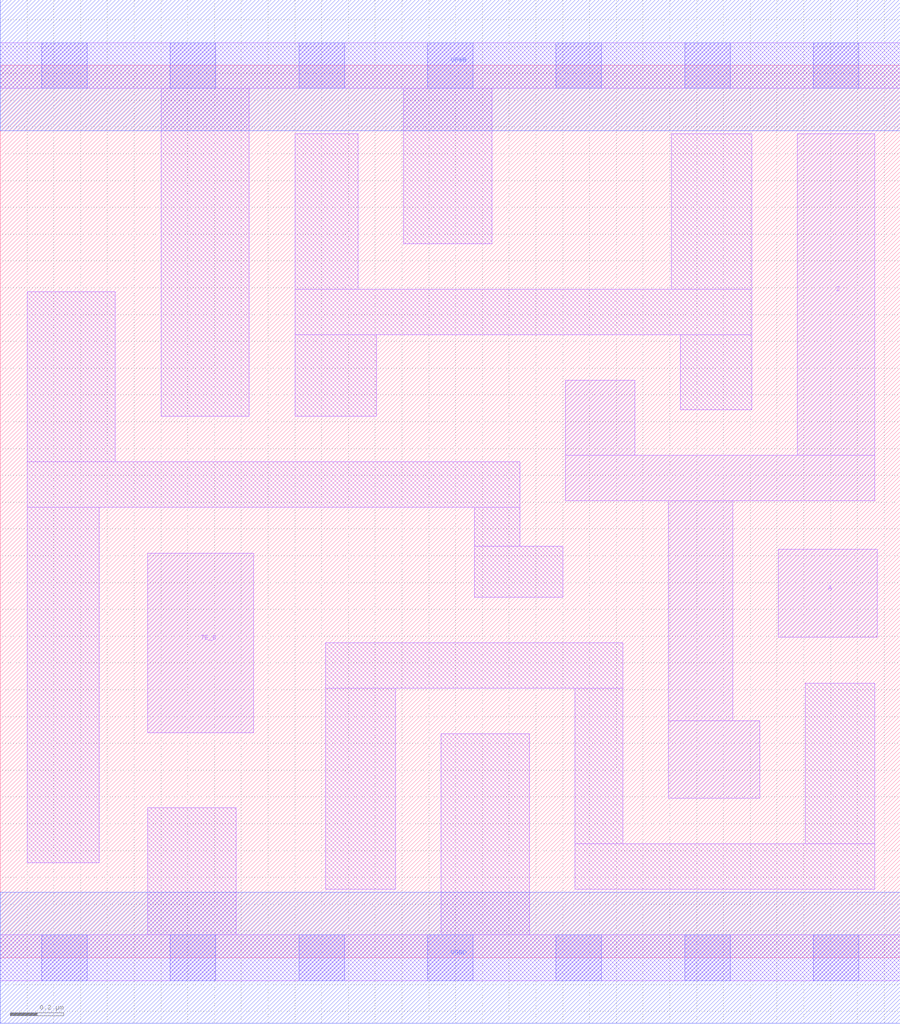
<source format=lef>
# Copyright 2020 The SkyWater PDK Authors
#
# Licensed under the Apache License, Version 2.0 (the "License");
# you may not use this file except in compliance with the License.
# You may obtain a copy of the License at
#
#     https://www.apache.org/licenses/LICENSE-2.0
#
# Unless required by applicable law or agreed to in writing, software
# distributed under the License is distributed on an "AS IS" BASIS,
# WITHOUT WARRANTIES OR CONDITIONS OF ANY KIND, either express or implied.
# See the License for the specific language governing permissions and
# limitations under the License.
#
# SPDX-License-Identifier: Apache-2.0

VERSION 5.7 ;
  NAMESCASESENSITIVE ON ;
  NOWIREEXTENSIONATPIN ON ;
  DIVIDERCHAR "/" ;
  BUSBITCHARS "[]" ;
UNITS
  DATABASE MICRONS 200 ;
END UNITS
MACRO sky130_fd_sc_lp__einvn_2
  CLASS CORE ;
  SOURCE USER ;
  FOREIGN sky130_fd_sc_lp__einvn_2 ;
  ORIGIN  0.000000  0.000000 ;
  SIZE  3.360000 BY  3.330000 ;
  SYMMETRY X Y R90 ;
  SITE unit ;
  PIN A
    ANTENNAGATEAREA  0.630000 ;
    DIRECTION INPUT ;
    USE SIGNAL ;
    PORT
      LAYER li1 ;
        RECT 2.905000 1.195000 3.275000 1.525000 ;
    END
  END A
  PIN TE_B
    ANTENNAGATEAREA  0.537000 ;
    DIRECTION INPUT ;
    USE SIGNAL ;
    PORT
      LAYER li1 ;
        RECT 0.550000 0.840000 0.945000 1.510000 ;
    END
  END TE_B
  PIN Z
    ANTENNADIFFAREA  0.903000 ;
    DIRECTION OUTPUT ;
    USE SIGNAL ;
    PORT
      LAYER li1 ;
        RECT 2.110000 1.705000 3.265000 1.875000 ;
        RECT 2.110000 1.875000 2.370000 2.155000 ;
        RECT 2.495000 0.595000 2.835000 0.885000 ;
        RECT 2.495000 0.885000 2.735000 1.705000 ;
        RECT 2.975000 1.875000 3.265000 3.075000 ;
    END
  END Z
  PIN VGND
    DIRECTION INOUT ;
    USE GROUND ;
    PORT
      LAYER met1 ;
        RECT 0.000000 -0.245000 3.360000 0.245000 ;
    END
  END VGND
  PIN VPWR
    DIRECTION INOUT ;
    USE POWER ;
    PORT
      LAYER met1 ;
        RECT 0.000000 3.085000 3.360000 3.575000 ;
    END
  END VPWR
  OBS
    LAYER li1 ;
      RECT 0.000000 -0.085000 3.360000 0.085000 ;
      RECT 0.000000  3.245000 3.360000 3.415000 ;
      RECT 0.100000  0.355000 0.370000 1.680000 ;
      RECT 0.100000  1.680000 1.940000 1.850000 ;
      RECT 0.100000  1.850000 0.430000 2.485000 ;
      RECT 0.550000  0.085000 0.880000 0.560000 ;
      RECT 0.600000  2.020000 0.930000 3.245000 ;
      RECT 1.100000  2.020000 1.405000 2.325000 ;
      RECT 1.100000  2.325000 2.805000 2.495000 ;
      RECT 1.100000  2.495000 1.335000 3.075000 ;
      RECT 1.215000  0.255000 1.475000 1.005000 ;
      RECT 1.215000  1.005000 2.325000 1.175000 ;
      RECT 1.505000  2.665000 1.835000 3.245000 ;
      RECT 1.645000  0.085000 1.975000 0.835000 ;
      RECT 1.770000  1.345000 2.100000 1.535000 ;
      RECT 1.770000  1.535000 1.940000 1.680000 ;
      RECT 2.145000  0.255000 3.265000 0.425000 ;
      RECT 2.145000  0.425000 2.325000 1.005000 ;
      RECT 2.505000  2.495000 2.805000 3.075000 ;
      RECT 2.540000  2.045000 2.805000 2.325000 ;
      RECT 3.005000  0.425000 3.265000 1.025000 ;
    LAYER mcon ;
      RECT 0.155000 -0.085000 0.325000 0.085000 ;
      RECT 0.155000  3.245000 0.325000 3.415000 ;
      RECT 0.635000 -0.085000 0.805000 0.085000 ;
      RECT 0.635000  3.245000 0.805000 3.415000 ;
      RECT 1.115000 -0.085000 1.285000 0.085000 ;
      RECT 1.115000  3.245000 1.285000 3.415000 ;
      RECT 1.595000 -0.085000 1.765000 0.085000 ;
      RECT 1.595000  3.245000 1.765000 3.415000 ;
      RECT 2.075000 -0.085000 2.245000 0.085000 ;
      RECT 2.075000  3.245000 2.245000 3.415000 ;
      RECT 2.555000 -0.085000 2.725000 0.085000 ;
      RECT 2.555000  3.245000 2.725000 3.415000 ;
      RECT 3.035000 -0.085000 3.205000 0.085000 ;
      RECT 3.035000  3.245000 3.205000 3.415000 ;
  END
END sky130_fd_sc_lp__einvn_2
END LIBRARY

</source>
